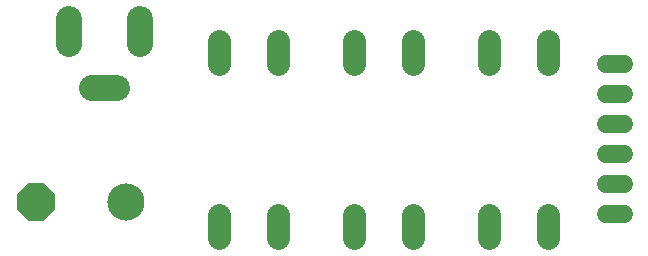
<source format=gbr>
G04 EAGLE Gerber RS-274X export*
G75*
%MOMM*%
%FSLAX34Y34*%
%LPD*%
%INTop Copper*%
%IPPOS*%
%AMOC8*
5,1,8,0,0,1.08239X$1,22.5*%
G01*
%ADD10P,3.409096X8X202.500000*%
%ADD11C,3.149600*%
%ADD12C,2.184400*%
%ADD13C,1.981200*%
%ADD14C,1.524000*%


D10*
X50800Y83820D03*
D11*
X127000Y83820D03*
D12*
X120142Y180600D02*
X98298Y180600D01*
X79220Y217678D02*
X79220Y239522D01*
X139220Y239522D02*
X139220Y217678D01*
D13*
X256286Y73406D02*
X256286Y53594D01*
X206248Y53594D02*
X206248Y73406D01*
X370586Y73406D02*
X370586Y53594D01*
X320548Y53594D02*
X320548Y73406D01*
X484886Y73406D02*
X484886Y53594D01*
X434848Y53594D02*
X434848Y73406D01*
X205994Y200914D02*
X205994Y220726D01*
X256032Y220726D02*
X256032Y200914D01*
X320294Y200914D02*
X320294Y220726D01*
X370332Y220726D02*
X370332Y200914D01*
X434594Y200914D02*
X434594Y220726D01*
X484632Y220726D02*
X484632Y200914D01*
D14*
X533400Y73660D02*
X548640Y73660D01*
X548640Y99060D02*
X533400Y99060D01*
X533400Y124460D02*
X548640Y124460D01*
X548640Y149860D02*
X533400Y149860D01*
X533400Y175260D02*
X548640Y175260D01*
X548640Y200660D02*
X533400Y200660D01*
M02*

</source>
